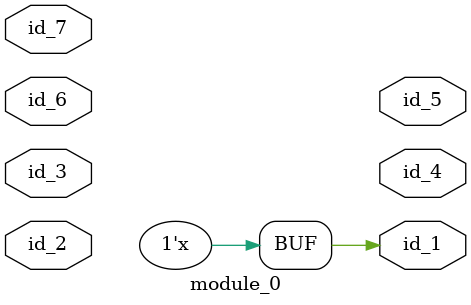
<source format=v>
module module_0 (
    id_1,
    id_2,
    id_3,
    id_4,
    id_5,
    id_6,
    id_7
);
  input id_7;
  inout id_6;
  output id_5;
  output id_4;
  inout id_3;
  inout id_2;
  output id_1;
  assign id_1 = id_3[1];
endmodule

</source>
